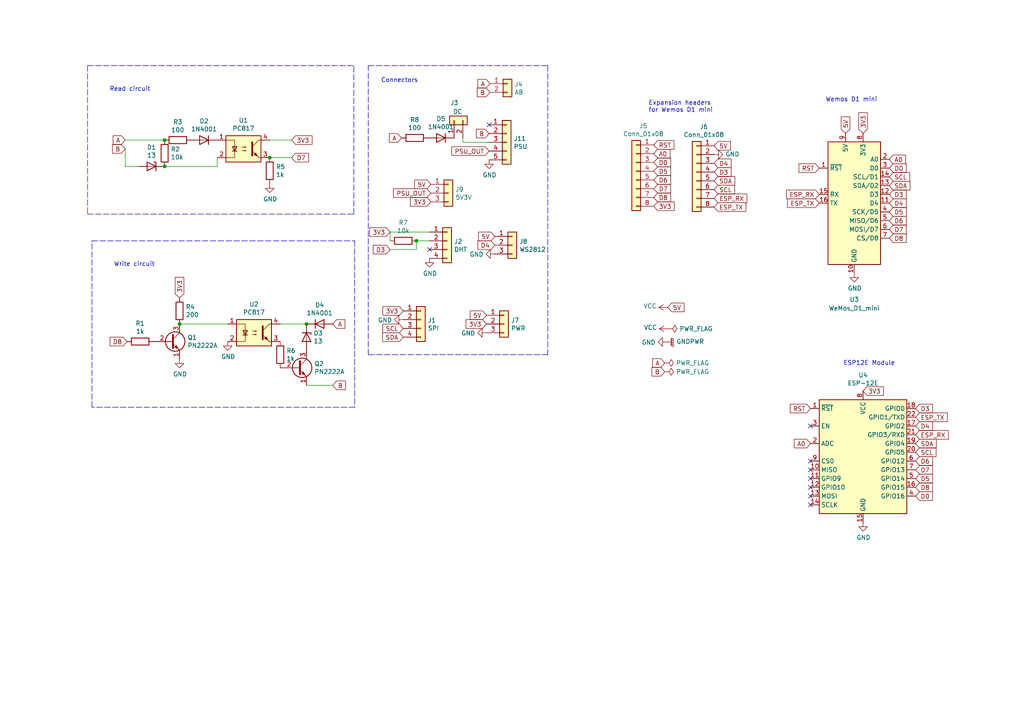
<source format=kicad_sch>
(kicad_sch (version 20211123) (generator eeschema)
  (paper "A4")
  (title_block (title "Toshiba AB Wifi Controller") (date "2021-03-16") (rev "2") (company "issalig") (comment 1 "github.com/issalig/toshiba_air_cond"))
  (lib_symbols
    (symbol "Connector_Generic:Conn_01x02" (pin_names (offset 1.016) hide)
      (property "Reference" "J" (at 0 2.54 0))
      (property "Value" "Conn_01x02" (at 0 -5.08 0))
      (symbol "Conn_01x02_1_1"
        (rectangle (start -1.27 -2.413) (end 0 -2.667) (stroke (width 0.1524)))
        (rectangle (start -1.27 0.127) (end 0 -0.127) (stroke (width 0.1524)))
        (rectangle (start -1.27 1.27) (end 1.27 -3.81) (stroke (width 0.254)) (fill (type background)))
        (pin passive line (at -5.08 0 0) (length 3.81) (name "Pin_1") (number "1"))
        (pin passive line (at -5.08 -2.54 0) (length 3.81) (name "Pin_2") (number "2"))
      )
    )
    (symbol "Connector_Generic:Conn_01x03" (pin_names (offset 1.016) hide)
      (property "Reference" "J" (at 0 5.08 0))
      (property "Value" "Conn_01x03" (at 0 -5.08 0))
      (symbol "Conn_01x03_1_1"
        (rectangle (start -1.27 -2.413) (end 0 -2.667) (stroke (width 0.1524)))
        (rectangle (start -1.27 0.127) (end 0 -0.127) (stroke (width 0.1524)))
        (rectangle (start -1.27 2.667) (end 0 2.413) (stroke (width 0.1524)))
        (rectangle (start -1.27 3.81) (end 1.27 -3.81) (stroke (width 0.254)) (fill (type background)))
        (pin passive line (at -5.08 2.54 0) (length 3.81) (name "Pin_1") (number "1"))
        (pin passive line (at -5.08 0 0) (length 3.81) (name "Pin_2") (number "2"))
        (pin passive line (at -5.08 -2.54 0) (length 3.81) (name "Pin_3") (number "3"))
      )
    )
    (symbol "Connector_Generic:Conn_01x04" (pin_names (offset 1.016) hide)
      (property "Reference" "J" (at 0 5.08 0))
      (property "Value" "Conn_01x04" (at 0 -7.62 0))
      (symbol "Conn_01x04_1_1"
        (rectangle (start -1.27 -4.953) (end 0 -5.207) (stroke (width 0.1524)))
        (rectangle (start -1.27 -2.413) (end 0 -2.667) (stroke (width 0.1524)))
        (rectangle (start -1.27 0.127) (end 0 -0.127) (stroke (width 0.1524)))
        (rectangle (start -1.27 2.667) (end 0 2.413) (stroke (width 0.1524)))
        (rectangle (start -1.27 3.81) (end 1.27 -6.35) (stroke (width 0.254)) (fill (type background)))
        (pin passive line (at -5.08 2.54 0) (length 3.81) (name "Pin_1") (number "1"))
        (pin passive line (at -5.08 0 0) (length 3.81) (name "Pin_2") (number "2"))
        (pin passive line (at -5.08 -2.54 0) (length 3.81) (name "Pin_3") (number "3"))
        (pin passive line (at -5.08 -5.08 0) (length 3.81) (name "Pin_4") (number "4"))
      )
    )
    (symbol "Connector_Generic:Conn_01x05" (pin_names (offset 1.016) hide)
      (property "Reference" "J" (at 0 7.62 0))
      (property "Value" "Conn_01x05" (at 0 -7.62 0))
      (symbol "Conn_01x05_1_1"
        (rectangle (start -1.27 -4.953) (end 0 -5.207) (stroke (width 0.1524)))
        (rectangle (start -1.27 -2.413) (end 0 -2.667) (stroke (width 0.1524)))
        (rectangle (start -1.27 0.127) (end 0 -0.127) (stroke (width 0.1524)))
        (rectangle (start -1.27 2.667) (end 0 2.413) (stroke (width 0.1524)))
        (rectangle (start -1.27 5.207) (end 0 4.953) (stroke (width 0.1524)))
        (rectangle (start -1.27 6.35) (end 1.27 -6.35) (stroke (width 0.254)) (fill (type background)))
        (pin passive line (at -5.08 5.08 0) (length 3.81) (name "Pin_1") (number "1"))
        (pin passive line (at -5.08 2.54 0) (length 3.81) (name "Pin_2") (number "2"))
        (pin passive line (at -5.08 0 0) (length 3.81) (name "Pin_3") (number "3"))
        (pin passive line (at -5.08 -2.54 0) (length 3.81) (name "Pin_4") (number "4"))
        (pin passive line (at -5.08 -5.08 0) (length 3.81) (name "Pin_5") (number "5"))
      )
    )
    (symbol "Connector_Generic:Conn_01x08" (pin_names (offset 1.016) hide)
      (property "Reference" "J" (at 0 10.16 0))
      (property "Value" "Conn_01x08" (at 0 -12.7 0))
      (symbol "Conn_01x08_1_1"
        (rectangle (start -1.27 -10.033) (end 0 -10.287) (stroke (width 0.1524)))
        (rectangle (start -1.27 -7.493) (end 0 -7.747) (stroke (width 0.1524)))
        (rectangle (start -1.27 -4.953) (end 0 -5.207) (stroke (width 0.1524)))
        (rectangle (start -1.27 -2.413) (end 0 -2.667) (stroke (width 0.1524)))
        (rectangle (start -1.27 0.127) (end 0 -0.127) (stroke (width 0.1524)))
        (rectangle (start -1.27 2.667) (end 0 2.413) (stroke (width 0.1524)))
        (rectangle (start -1.27 5.207) (end 0 4.953) (stroke (width 0.1524)))
        (rectangle (start -1.27 7.747) (end 0 7.493) (stroke (width 0.1524)))
        (rectangle (start -1.27 8.89) (end 1.27 -11.43) (stroke (width 0.254)) (fill (type background)))
        (pin passive line (at -5.08 7.62 0) (length 3.81) (name "Pin_1") (number "1"))
        (pin passive line (at -5.08 5.08 0) (length 3.81) (name "Pin_2") (number "2"))
        (pin passive line (at -5.08 2.54 0) (length 3.81) (name "Pin_3") (number "3"))
        (pin passive line (at -5.08 0 0) (length 3.81) (name "Pin_4") (number "4"))
        (pin passive line (at -5.08 -2.54 0) (length 3.81) (name "Pin_5") (number "5"))
        (pin passive line (at -5.08 -5.08 0) (length 3.81) (name "Pin_6") (number "6"))
        (pin passive line (at -5.08 -7.62 0) (length 3.81) (name "Pin_7") (number "7"))
        (pin passive line (at -5.08 -10.16 0) (length 3.81) (name "Pin_8") (number "8"))
      )
    )
    (symbol "Device:D_Zener" (pin_numbers hide) (pin_names (offset 1.016) hide)
      (property "Reference" "D" (at 0 2.54 0))
      (property "Value" "D_Zener" (at 0 -2.54 0))
      (symbol "D_Zener_0_1"
        (polyline (pts (xy 1.27 0) (xy -1.27 0)))
        (polyline (pts (xy -1.27 -1.27) (xy -1.27 1.27) (xy -0.762 1.27)) (stroke (width 0.254)))
        (polyline (pts (xy 1.27 -1.27) (xy 1.27 1.27) (xy -1.27 0) (xy 1.27 -1.27)) (stroke (width 0.254)))
      )
      (symbol "D_Zener_1_1"
        (pin passive line (at -3.81 0 0) (length 2.54) (name "K") (number "1"))
        (pin passive line (at 3.81 0 180) (length 2.54) (name "A") (number "2"))
      )
    )
    (symbol "Device:R" (pin_numbers hide) (pin_names (offset 0))
      (property "Reference" "R" (at 2.032 0 90))
      (property "Value" "R" (at 0 0 90))
      (symbol "R_0_1"
        (rectangle (start -1.016 -2.54) (end 1.016 2.54) (stroke (width 0.254)))
      )
      (symbol "R_1_1"
        (pin passive line (at 0 3.81 270) (length 1.27) (name "~") (number "1"))
        (pin passive line (at 0 -3.81 90) (length 1.27) (name "~") (number "2"))
      )
    )
    (symbol "Diode:1N4001" (pin_numbers hide) (pin_names (offset 1.016) hide)
      (property "Reference" "D" (at 0 2.54 0))
      (property "Value" "1N4001" (at 0 -2.54 0))
      (symbol "1N4001_0_1"
        (polyline (pts (xy -1.27 1.27) (xy -1.27 -1.27)) (stroke (width 0.254)))
        (polyline (pts (xy 1.27 0) (xy -1.27 0)))
        (polyline (pts (xy 1.27 1.27) (xy 1.27 -1.27) (xy -1.27 0) (xy 1.27 1.27)) (stroke (width 0.254)))
      )
      (symbol "1N4001_1_1"
        (pin passive line (at -3.81 0 0) (length 2.54) (name "K") (number "1"))
        (pin passive line (at 3.81 0 180) (length 2.54) (name "A") (number "2"))
      )
    )
    (symbol "Isolator:PC817" (pin_names (offset 1.016))
      (property "Reference" "U" (at -5.08 5.08 0))
      (property "Value" "PC817" (at 0 5.08 0))
      (symbol "PC817_0_1"
        (rectangle (start -5.08 3.81) (end 5.08 -3.81) (stroke (width 0.254)) (fill (type background)))
        (polyline (pts (xy -3.175 -0.635) (xy -1.905 -0.635)) (stroke (width 0.254)))
        (polyline (pts (xy 2.54 0.635) (xy 4.445 2.54)))
        (polyline (pts (xy 4.445 -2.54) (xy 2.54 -0.635)) (fill (type outline)))
        (polyline (pts (xy 4.445 -2.54) (xy 5.08 -2.54)))
        (polyline (pts (xy 4.445 2.54) (xy 5.08 2.54)))
        (polyline (pts (xy -5.08 2.54) (xy -2.54 2.54) (xy -2.54 -0.635)))
        (polyline (pts (xy -2.54 -0.635) (xy -2.54 -2.54) (xy -5.08 -2.54)))
        (polyline (pts (xy 2.54 1.905) (xy 2.54 -1.905) (xy 2.54 -1.905)) (stroke (width 0.508)))
        (polyline (pts (xy -2.54 -0.635) (xy -3.175 0.635) (xy -1.905 0.635) (xy -2.54 -0.635)) (stroke (width 0.254)))
        (polyline (pts (xy -0.508 -0.508) (xy 0.762 -0.508) (xy 0.381 -0.635) (xy 0.381 -0.381) (xy 0.762 -0.508)))
        (polyline (pts (xy -0.508 0.508) (xy 0.762 0.508) (xy 0.381 0.381) (xy 0.381 0.635) (xy 0.762 0.508)))
        (polyline (pts (xy 3.048 -1.651) (xy 3.556 -1.143) (xy 4.064 -2.159) (xy 3.048 -1.651) (xy 3.048 -1.651)) (fill (type outline)))
      )
      (symbol "PC817_1_1"
        (pin passive line (at -7.62 2.54 0) (length 2.54) (name "~") (number "1"))
        (pin passive line (at -7.62 -2.54 0) (length 2.54) (name "~") (number "2"))
        (pin passive line (at 7.62 -2.54 180) (length 2.54) (name "~") (number "3"))
        (pin passive line (at 7.62 2.54 180) (length 2.54) (name "~") (number "4"))
      )
    )
    (symbol "MCU_Module:WeMos_D1_mini"
      (property "Reference" "U" (at 3.81 19.05 0))
      (property "Value" "WeMos_D1_mini" (at 1.27 -19.05 0))
      (symbol "WeMos_D1_mini_1_1"
        (rectangle (start -7.62 17.78) (end 7.62 -17.78) (stroke (width 0.254)) (fill (type background)))
        (pin input line (at -10.16 10.16 0) (length 2.54) (name "~{RST}") (number "1"))
        (pin power_in line (at 0 -20.32 90) (length 2.54) (name "GND") (number "10"))
        (pin bidirectional line (at 10.16 0 180) (length 2.54) (name "D4") (number "11"))
        (pin bidirectional line (at 10.16 2.54 180) (length 2.54) (name "D3") (number "12"))
        (pin bidirectional line (at 10.16 5.08 180) (length 2.54) (name "SDA/D2") (number "13"))
        (pin bidirectional line (at 10.16 7.62 180) (length 2.54) (name "SCL/D1") (number "14"))
        (pin input line (at -10.16 2.54 0) (length 2.54) (name "RX") (number "15"))
        (pin output line (at -10.16 0 0) (length 2.54) (name "TX") (number "16"))
        (pin input line (at 10.16 12.7 180) (length 2.54) (name "A0") (number "2"))
        (pin bidirectional line (at 10.16 10.16 180) (length 2.54) (name "D0") (number "3"))
        (pin bidirectional line (at 10.16 -2.54 180) (length 2.54) (name "SCK/D5") (number "4"))
        (pin bidirectional line (at 10.16 -5.08 180) (length 2.54) (name "MISO/D6") (number "5"))
        (pin bidirectional line (at 10.16 -7.62 180) (length 2.54) (name "MOSI/D7") (number "6"))
        (pin bidirectional line (at 10.16 -10.16 180) (length 2.54) (name "CS/D8") (number "7"))
        (pin power_out line (at 2.54 20.32 270) (length 2.54) (name "3V3") (number "8"))
        (pin power_in line (at -2.54 20.32 270) (length 2.54) (name "5V") (number "9"))
      )
    )
    (symbol "RF_Module:ESP-12E"
      (property "Reference" "U" (at -12.7 19.05 0))
      (property "Value" "ESP-12E" (at 12.7 19.05 0))
      (symbol "ESP-12E_0_1"
        (rectangle (start -12.7 17.78) (end 12.7 -15.24) (stroke (width 0.254)) (fill (type background)))
      )
      (symbol "ESP-12E_1_1"
        (pin input line (at -15.24 15.24 0) (length 2.54) (name "~{RST}") (number "1"))
        (pin bidirectional line (at -15.24 -2.54 0) (length 2.54) (name "MISO") (number "10"))
        (pin bidirectional line (at -15.24 -5.08 0) (length 2.54) (name "GPIO9") (number "11"))
        (pin bidirectional line (at -15.24 -7.62 0) (length 2.54) (name "GPIO10") (number "12"))
        (pin bidirectional line (at -15.24 -10.16 0) (length 2.54) (name "MOSI") (number "13"))
        (pin bidirectional line (at -15.24 -12.7 0) (length 2.54) (name "SCLK") (number "14"))
        (pin power_in line (at 0 -17.78 90) (length 2.54) (name "GND") (number "15"))
        (pin bidirectional line (at 15.24 -7.62 180) (length 2.54) (name "GPIO15") (number "16"))
        (pin bidirectional line (at 15.24 10.16 180) (length 2.54) (name "GPIO2") (number "17"))
        (pin bidirectional line (at 15.24 15.24 180) (length 2.54) (name "GPIO0") (number "18"))
        (pin bidirectional line (at 15.24 5.08 180) (length 2.54) (name "GPIO4") (number "19"))
        (pin input line (at -15.24 5.08 0) (length 2.54) (name "ADC") (number "2"))
        (pin bidirectional line (at 15.24 2.54 180) (length 2.54) (name "GPIO5") (number "20"))
        (pin bidirectional line (at 15.24 7.62 180) (length 2.54) (name "GPIO3/RXD") (number "21"))
        (pin bidirectional line (at 15.24 12.7 180) (length 2.54) (name "GPIO1/TXD") (number "22"))
        (pin input line (at -15.24 10.16 0) (length 2.54) (name "EN") (number "3"))
        (pin bidirectional line (at 15.24 -10.16 180) (length 2.54) (name "GPIO16") (number "4"))
        (pin bidirectional line (at 15.24 -5.08 180) (length 2.54) (name "GPIO14") (number "5"))
        (pin bidirectional line (at 15.24 0 180) (length 2.54) (name "GPIO12") (number "6"))
        (pin bidirectional line (at 15.24 -2.54 180) (length 2.54) (name "GPIO13") (number "7"))
        (pin power_in line (at 0 20.32 270) (length 2.54) (name "VCC") (number "8"))
        (pin input line (at -15.24 0 0) (length 2.54) (name "CS0") (number "9"))
      )
    )
    (symbol "Transistor_BJT:PN2222A" (pin_names (offset 0) hide)
      (property "Reference" "Q" (at 5.08 1.905 0))
      (property "Value" "PN2222A" (at 5.08 0 0))
      (symbol "PN2222A_0_1"
        (polyline (pts (xy 0 0) (xy 0.635 0)))
        (polyline (pts (xy 2.54 -2.54) (xy 0.635 -0.635)))
        (polyline (pts (xy 2.54 2.54) (xy 0.635 0.635)))
        (polyline (pts (xy 0.635 1.905) (xy 0.635 -1.905) (xy 0.635 -1.905)) (stroke (width 0.508)))
        (polyline (pts (xy 2.413 -2.413) (xy 1.905 -1.905) (xy 1.905 -1.905)))
        (polyline (pts (xy 1.143 -1.651) (xy 1.651 -1.143) (xy 2.159 -2.159) (xy 1.143 -1.651) (xy 1.143 -1.651)) (fill (type outline)))
        (circle (center 1.27 0) (radius 2.8194) (stroke (width 0.254)))
      )
      (symbol "PN2222A_1_1"
        (pin passive line (at 2.54 -5.08 90) (length 2.54) (name "E") (number "1"))
        (pin input line (at -5.08 0 0) (length 5.08) (name "B") (number "2"))
        (pin passive line (at 2.54 5.08 270) (length 2.54) (name "C") (number "3"))
      )
    )
    (symbol "power:GND" (power) (pin_names (offset 0))
      (property "Value" "GND" (at 0 -3.81 0))
      (symbol "GND_0_1"
        (polyline (pts (xy 0 0) (xy 0 -1.27) (xy 1.27 -1.27) (xy 0 -2.54) (xy -1.27 -1.27) (xy 0 -1.27)))
      )
      (symbol "GND_1_1"
        (pin power_in line (at 0 0 270) (length 0) hide (name "GND") (number "1"))
      )
    )
    (symbol "power:GNDPWR" (power) (pin_names (offset 0))
      (property "Value" "GNDPWR" (at 0 -3.302 0))
      (symbol "GNDPWR_0_1"
        (polyline (pts (xy 0 -1.27) (xy 0 0)))
        (polyline (pts (xy -1.016 -1.27) (xy -1.27 -2.032) (xy -1.27 -2.032)) (stroke (width 0.2032)))
        (polyline (pts (xy -0.508 -1.27) (xy -0.762 -2.032) (xy -0.762 -2.032)) (stroke (width 0.2032)))
        (polyline (pts (xy 0 -1.27) (xy -0.254 -2.032) (xy -0.254 -2.032)) (stroke (width 0.2032)))
        (polyline (pts (xy 0.508 -1.27) (xy 0.254 -2.032) (xy 0.254 -2.032)) (stroke (width 0.2032)))
        (polyline (pts (xy 1.016 -1.27) (xy -1.016 -1.27) (xy -1.016 -1.27)) (stroke (width 0.2032)))
        (polyline (pts (xy 1.016 -1.27) (xy 0.762 -2.032) (xy 0.762 -2.032) (xy 0.762 -2.032)) (stroke (width 0.2032)))
      )
      (symbol "GNDPWR_1_1"
        (pin power_in line (at 0 0 270) (length 0) hide (name "GNDPWR") (number "1"))
      )
    )
    (symbol "power:PWR_FLAG" (power) (pin_numbers hide) (pin_names (offset 0) hide)
      (property "Value" "PWR_FLAG" (at 0 3.81 0))
      (symbol "PWR_FLAG_0_0"
        (pin power_out line (at 0 0 90) (length 0) (name "pwr") (number "1"))
      )
      (symbol "PWR_FLAG_0_1"
        (polyline (pts (xy 0 0) (xy 0 1.27) (xy -1.016 1.905) (xy 0 2.54) (xy 1.016 1.905) (xy 0 1.27)))
      )
    )
    (symbol "power:VCC" (power) (pin_names (offset 0))
      (property "Value" "VCC" (at 0 3.81 0))
      (symbol "VCC_0_1"
        (polyline (pts (xy -0.762 1.27) (xy 0 2.54)))
        (polyline (pts (xy 0 0) (xy 0 2.54)))
        (polyline (pts (xy 0 2.54) (xy 0.762 1.27)))
      )
      (symbol "VCC_1_1"
        (pin power_in line (at 0 0 90) (length 0) hide (name "VCC") (number "1"))
      )
    )
  )
  (junction (at 47.752 48.26))
  (junction (at 120.777 69.85))
  (junction (at 78.232 45.72))
  (junction (at 88.9 93.98))
  (junction (at 52.07 93.98))
  (junction (at 47.752 40.64))
  (no_connect (at 235.077 136.271))
  (no_connect (at 235.077 146.431))
  (no_connect (at 235.077 143.891))
  (no_connect (at 235.077 133.731))
  (no_connect (at 235.077 123.571))
  (no_connect (at 124.587 72.39))
  (no_connect (at 235.077 138.811))
  (no_connect (at 235.077 141.351))
  (no_connect (at 141.859 36.195))
  (polyline (pts (xy 26.67 118.11) (xy 26.67 69.85)))
  (wire (pts (xy 62.992 48.26) (xy 47.752 48.26)))
  (wire (pts (xy 113.157 72.39) (xy 120.777 72.39)))
  (wire (pts (xy 120.777 72.39) (xy 120.777 69.85)))
  (polyline (pts (xy 26.67 69.85) (xy 102.87 69.85)))
  (wire (pts (xy 124.587 67.31) (xy 113.157 67.31)))
  (polyline (pts (xy 25.4 19.05) (xy 102.616 19.05)))
  (polyline (pts (xy 102.87 118.11) (xy 26.67 118.11)))
  (polyline (pts (xy 106.807 19.05) (xy 158.877 19.05)))
  (wire (pts (xy 36.322 48.26) (xy 40.132 48.26)))
  (wire (pts (xy 52.07 93.98) (xy 66.04 93.98)))
  (wire (pts (xy 78.232 45.72) (xy 84.582 45.72)))
  (polyline (pts (xy 158.877 19.05) (xy 158.877 102.87)))
  (polyline (pts (xy 106.807 102.87) (xy 106.807 19.05)))
  (wire (pts (xy 47.752 40.64) (xy 36.322 40.64)))
  (polyline (pts (xy 102.616 62.103) (xy 102.616 18.923)))
  (wire (pts (xy 134.239 41.275) (xy 134.239 40.005)))
  (wire (pts (xy 62.992 45.72) (xy 62.992 48.26)))
  (wire (pts (xy 84.582 40.64) (xy 78.232 40.64)))
  (polyline (pts (xy 25.4 62.103) (xy 102.616 62.103)))
  (polyline (pts (xy 102.87 69.85) (xy 102.87 118.11)))
  (wire (pts (xy 88.9 111.76) (xy 96.52 111.76)))
  (wire (pts (xy 141.859 41.275) (xy 134.239 41.275)))
  (polyline (pts (xy 158.877 102.87) (xy 106.807 102.87)))
  (wire (pts (xy 113.157 67.31) (xy 113.157 69.85)))
  (wire (pts (xy 88.9 93.98) (xy 81.28 93.98)))
  (wire (pts (xy 36.322 43.18) (xy 36.322 48.26)))
  (polyline (pts (xy 25.4 19.05) (xy 25.4 62.23)))
  (wire (pts (xy 120.777 69.85) (xy 124.587 69.85)))
  (text "Connectors" (at 110.49 24.13 0) (effects (font (size 1.27 1.27)) (justify left bottom)))
  (text "Write circuit" (at 33.02 77.47 0) (effects (font (size 1.27 1.27)) (justify left bottom)))
  (text "Wemos D1 mini" (at 239.395 29.718 0) (effects (font (size 1.27 1.27)) (justify left bottom)))
  (text "Read circuit" (at 31.75 26.67 0) (effects (font (size 1.27 1.27)) (justify left bottom)))
  (text "Expansion headers\nfor Wemos D1 mini" (at 188.087 32.766 0) (effects (font (size 1.27 1.27)) (justify left bottom)))
  (text "ESP12E Module" (at 244.602 106.172 0) (effects (font (size 1.27 1.27)) (justify left bottom)))
  (global_label "D8" (shape input) (at 189.611 57.277 0) (property "Intersheet References" "${INTERSHEET_REFS}" (effects hide)))
  (global_label "A" (shape input) (at 96.52 93.98 0) (property "Intersheet References" "${INTERSHEET_REFS}" (effects hide)))
  (global_label "D7" (shape input) (at 84.582 45.72 0) (property "Intersheet References" "${INTERSHEET_REFS}" (effects hide)))
  (global_label "3V3" (shape input) (at 250.317 38.608 90) (property "Intersheet References" "${INTERSHEET_REFS}" (effects hide)))
  (global_label "SDA" (shape input) (at 265.557 128.651 0) (property "Intersheet References" "${INTERSHEET_REFS}" (effects hide)))
  (global_label "SCL" (shape input) (at 265.557 131.191 0) (property "Intersheet References" "${INTERSHEET_REFS}" (effects hide)))
  (global_label "D6" (shape input) (at 257.937 64.008 0) (property "Intersheet References" "${INTERSHEET_REFS}" (effects hide)))
  (global_label "D5" (shape input) (at 265.557 138.811 0) (property "Intersheet References" "${INTERSHEET_REFS}" (effects hide)))
  (global_label "5V" (shape input) (at 143.51 68.58 180) (property "Intersheet References" "${INTERSHEET_REFS}" (effects hide)))
  (global_label "B" (shape input) (at 192.786 107.823 180) (property "Intersheet References" "${INTERSHEET_REFS}" (effects hide)))
  (global_label "RST" (shape input) (at 235.077 118.491 180) (property "Intersheet References" "${INTERSHEET_REFS}" (effects hide)))
  (global_label "3V3" (shape input) (at 189.611 59.817 0) (property "Intersheet References" "${INTERSHEET_REFS}" (effects hide)))
  (global_label "B" (shape input) (at 96.52 111.76 0) (property "Intersheet References" "${INTERSHEET_REFS}" (effects hide)))
  (global_label "ESP_RX" (shape input) (at 237.617 56.388 180) (property "Intersheet References" "${INTERSHEET_REFS}" (effects hide)))
  (global_label "A0" (shape input) (at 189.611 44.577 0) (property "Intersheet References" "${INTERSHEET_REFS}" (effects hide)))
  (global_label "ESP_RX" (shape input) (at 265.557 126.111 0) (property "Intersheet References" "${INTERSHEET_REFS}" (effects hide)))
  (global_label "B" (shape input) (at 141.859 38.735 180) (property "Intersheet References" "${INTERSHEET_REFS}" (effects hide)))
  (global_label "D0" (shape input) (at 257.937 48.768 0) (property "Intersheet References" "${INTERSHEET_REFS}" (effects hide)))
  (global_label "SCL" (shape input) (at 257.937 51.308 0) (property "Intersheet References" "${INTERSHEET_REFS}" (effects hide)))
  (global_label "D6" (shape input) (at 189.611 52.197 0) (property "Intersheet References" "${INTERSHEET_REFS}" (effects hide)))
  (global_label "5V" (shape input) (at 207.137 42.291 0) (property "Intersheet References" "${INTERSHEET_REFS}" (effects hide)))
  (global_label "A" (shape input) (at 142.113 24.257 180) (property "Intersheet References" "${INTERSHEET_REFS}" (effects hide)))
  (global_label "5V" (shape input) (at 245.237 38.608 90) (property "Intersheet References" "${INTERSHEET_REFS}" (effects hide)))
  (global_label "PSU_OUT" (shape input) (at 141.859 43.815 180) (property "Intersheet References" "${INTERSHEET_REFS}" (effects hide)))
  (global_label "3V3" (shape input) (at 141.097 93.98 180) (property "Intersheet References" "${INTERSHEET_REFS}" (effects hide)))
  (global_label "3V3" (shape input) (at 116.967 90.17 180) (property "Intersheet References" "${INTERSHEET_REFS}" (effects hide)))
  (global_label "SDA" (shape input) (at 116.967 97.79 180) (property "Intersheet References" "${INTERSHEET_REFS}" (effects hide)))
  (global_label "D8" (shape input) (at 257.937 69.088 0) (property "Intersheet References" "${INTERSHEET_REFS}" (effects hide)))
  (global_label "B" (shape input) (at 142.113 26.797 180) (property "Intersheet References" "${INTERSHEET_REFS}" (effects hide)))
  (global_label "B" (shape input) (at 36.322 43.18 180) (property "Intersheet References" "${INTERSHEET_REFS}" (effects hide)))
  (global_label "ESP_TX" (shape input) (at 265.557 121.031 0) (property "Intersheet References" "${INTERSHEET_REFS}" (effects hide)))
  (global_label "A" (shape input) (at 36.322 40.64 180) (property "Intersheet References" "${INTERSHEET_REFS}" (effects hide)))
  (global_label "5V" (shape input) (at 124.968 53.467 180) (property "Intersheet References" "${INTERSHEET_REFS}" (effects hide)))
  (global_label "D0" (shape input) (at 189.611 47.117 0) (property "Intersheet References" "${INTERSHEET_REFS}" (effects hide)))
  (global_label "D5" (shape input) (at 189.611 49.657 0) (property "Intersheet References" "${INTERSHEET_REFS}" (effects hide)))
  (global_label "A" (shape input) (at 192.786 105.283 180) (property "Intersheet References" "${INTERSHEET_REFS}" (effects hide)))
  (global_label "D3" (shape input) (at 113.157 72.39 180) (property "Intersheet References" "${INTERSHEET_REFS}" (effects hide)))
  (global_label "SDA" (shape input) (at 257.937 53.848 0) (property "Intersheet References" "${INTERSHEET_REFS}" (effects hide)))
  (global_label "3V3" (shape input) (at 52.07 86.36 90) (property "Intersheet References" "${INTERSHEET_REFS}" (effects hide)))
  (global_label "D7" (shape input) (at 257.937 66.548 0) (property "Intersheet References" "${INTERSHEET_REFS}" (effects hide)))
  (global_label "D7" (shape input) (at 265.557 136.271 0) (property "Intersheet References" "${INTERSHEET_REFS}" (effects hide)))
  (global_label "3V3" (shape input) (at 124.968 58.547 180) (property "Intersheet References" "${INTERSHEET_REFS}" (effects hide)))
  (global_label "ESP_TX" (shape input) (at 207.137 60.071 0) (property "Intersheet References" "${INTERSHEET_REFS}" (effects hide)))
  (global_label "A0" (shape input) (at 235.077 128.651 180) (property "Intersheet References" "${INTERSHEET_REFS}" (effects hide)))
  (global_label "SDA" (shape input) (at 207.137 52.451 0) (property "Intersheet References" "${INTERSHEET_REFS}" (effects hide)))
  (global_label "D5" (shape input) (at 257.937 61.468 0) (property "Intersheet References" "${INTERSHEET_REFS}" (effects hide)))
  (global_label "ESP_RX" (shape input) (at 207.137 57.531 0) (property "Intersheet References" "${INTERSHEET_REFS}" (effects hide)))
  (global_label "D4" (shape input) (at 207.137 47.371 0) (property "Intersheet References" "${INTERSHEET_REFS}" (effects hide)))
  (global_label "D3" (shape input) (at 257.937 56.388 0) (property "Intersheet References" "${INTERSHEET_REFS}" (effects hide)))
  (global_label "D4" (shape input) (at 143.51 71.12 180) (property "Intersheet References" "${INTERSHEET_REFS}" (effects hide)))
  (global_label "3V3" (shape input) (at 84.582 40.64 0) (property "Intersheet References" "${INTERSHEET_REFS}" (effects hide)))
  (global_label "D6" (shape input) (at 265.557 133.731 0) (property "Intersheet References" "${INTERSHEET_REFS}" (effects hide)))
  (global_label "5V" (shape input) (at 141.097 91.44 180) (property "Intersheet References" "${INTERSHEET_REFS}" (effects hide)))
  (global_label "A0" (shape input) (at 257.937 46.228 0) (property "Intersheet References" "${INTERSHEET_REFS}" (effects hide)))
  (global_label "3V3" (shape input) (at 113.157 67.31 180) (property "Intersheet References" "${INTERSHEET_REFS}" (effects hide)))
  (global_label "RST" (shape input) (at 237.617 48.768 180) (property "Intersheet References" "${INTERSHEET_REFS}" (effects hide)))
  (global_label "D7" (shape input) (at 189.611 54.737 0) (property "Intersheet References" "${INTERSHEET_REFS}" (effects hide)))
  (global_label "SCL" (shape input) (at 207.137 54.991 0) (property "Intersheet References" "${INTERSHEET_REFS}" (effects hide)))
  (global_label "D8" (shape input) (at 265.557 141.351 0) (property "Intersheet References" "${INTERSHEET_REFS}" (effects hide)))
  (global_label "D3" (shape input) (at 207.137 49.911 0) (property "Intersheet References" "${INTERSHEET_REFS}" (effects hide)))
  (global_label "D3" (shape input) (at 265.557 118.491 0) (property "Intersheet References" "${INTERSHEET_REFS}" (effects hide)))
  (global_label "5V" (shape input) (at 193.675 89.154 0) (property "Intersheet References" "${INTERSHEET_REFS}" (effects hide)))
  (global_label "D4" (shape input) (at 265.557 123.571 0) (property "Intersheet References" "${INTERSHEET_REFS}" (effects hide)))
  (global_label "ESP_TX" (shape input) (at 237.617 58.928 180) (property "Intersheet References" "${INTERSHEET_REFS}" (effects hide)))
  (global_label "PSU_OUT" (shape input) (at 124.968 56.007 180) (property "Intersheet References" "${INTERSHEET_REFS}" (effects hide)))
  (global_label "D4" (shape input) (at 257.937 58.928 0) (property "Intersheet References" "${INTERSHEET_REFS}" (effects hide)))
  (global_label "RST" (shape input) (at 189.611 42.037 0) (property "Intersheet References" "${INTERSHEET_REFS}" (effects hide)))
  (global_label "A" (shape input) (at 116.459 40.005 180) (property "Intersheet References" "${INTERSHEET_REFS}" (effects hide)))
  (global_label "D0" (shape input) (at 265.557 143.891 0) (property "Intersheet References" "${INTERSHEET_REFS}" (effects hide)))
  (global_label "SCL" (shape input) (at 116.967 95.25 180) (property "Intersheet References" "${INTERSHEET_REFS}" (effects hide)))
  (global_label "D8" (shape input) (at 36.83 99.06 180) (property "Intersheet References" "${INTERSHEET_REFS}" (effects hide)))
  (global_label "3V3" (shape input) (at 250.317 113.411 0) (property "Intersheet References" "${INTERSHEET_REFS}" (effects hide)))
  (symbol (lib_id "Device:R") (at 47.752 44.45 0) (unit 1)
    (property "Reference" "R2" (at 49.53 43.2816 0) (effects (justify left)))
    (property "Value" "10k" (at 49.53 45.593 0) (effects (justify left)))
    (property "Footprint" "Resistor_SMD:R_0805_2012Metric" (effects hide))
  )
  (symbol (lib_id "Device:R") (at 51.562 40.64 270) (unit 1)
    (property "Reference" "R3" (at 51.562 35.3822 90))
    (property "Value" "100" (at 51.562 37.6936 90))
    (property "Footprint" "Resistor_SMD:R_0805_2012Metric" (effects hide))
  )
  (symbol (lib_id "Connector_Generic:Conn_01x02") (at 131.699 34.925 90) (unit 1)
    (property "Reference" "J3" (at 132.969 29.845 90) (effects (justify left)))
    (property "Value" "DC" (at 134.112 32.385 90) (effects (justify left)))
    (property "Footprint" "Connector_PinSocket_2.54mm:PinSocket_1x02_P2.54mm_Vertical" (effects hide))
  )
  (symbol (lib_id "Diode:1N4001") (at 59.182 40.64 0) (mirror y) (unit 1)
    (property "Reference" "D2" (at 59.182 35.1282 0))
    (property "Value" "1N4001" (at 59.182 37.4396 0))
    (property "Footprint" "Diode_SMD:D_SMA" (effects hide))
    (property "Datasheet" "http://www.vishay.com/docs/88503/1n4001.pdf" (effects hide))
  )
  (symbol (lib_id "Isolator:PC817") (at 70.612 43.18 0) (unit 1)
    (property "Reference" "U1" (at 70.612 34.925 0))
    (property "Value" "PC817" (at 70.612 37.2364 0))
    (property "Footprint" "Package_DIP:DIP-4_W7.62mm" (effects hide))
    (property "Datasheet" "http://www.soselectronic.cz/a_info/resource/d/pc817.pdf" (effects hide))
  )
  (symbol (lib_id "Device:R") (at 78.232 49.53 0) (unit 1)
    (property "Reference" "R5" (at 80.01 48.3616 0) (effects (justify left)))
    (property "Value" "1k" (at 80.01 50.673 0) (effects (justify left)))
    (property "Footprint" "Resistor_SMD:R_0805_2012Metric" (effects hide))
  )
  (symbol (lib_id "Device:D_Zener") (at 43.942 48.26 0) (mirror y) (unit 1)
    (property "Reference" "D1" (at 43.942 42.7482 0))
    (property "Value" "13" (at 43.942 45.0596 0))
    (property "Footprint" "Diode_SMD:D_MiniMELF_Handsoldering" (effects hide))
  )
  (symbol (lib_id "power:GND") (at 78.232 53.34 0) (unit 1)
    (property "Reference" "#PWR03" (effects hide))
    (property "Value" "GND" (at 78.359 57.7342 0))
  )
  (symbol (lib_id "Device:R") (at 40.64 99.06 270) (unit 1)
    (property "Reference" "R1" (at 40.64 93.8022 90))
    (property "Value" "1k" (at 40.64 96.1136 90))
    (property "Footprint" "Resistor_SMD:R_0805_2012Metric" (effects hide))
  )
  (symbol (lib_id "Device:R") (at 81.28 102.87 180) (unit 1)
    (property "Reference" "R6" (at 83.058 101.7016 0) (effects (justify right)))
    (property "Value" "1k" (at 83.058 104.013 0) (effects (justify right)))
    (property "Footprint" "Resistor_SMD:R_0805_2012Metric" (effects hide))
  )
  (symbol (lib_id "Isolator:PC817") (at 73.66 96.52 0) (unit 1)
    (property "Reference" "U2" (at 73.66 88.265 0))
    (property "Value" "PC817" (at 73.66 90.5764 0))
    (property "Footprint" "Package_DIP:DIP-4_W7.62mm" (effects hide))
    (property "Datasheet" "http://www.soselectronic.cz/a_info/resource/d/pc817.pdf" (effects hide))
  )
  (symbol (lib_id "Device:D_Zener") (at 88.9 97.79 270) (unit 1)
    (property "Reference" "D3" (at 90.932 96.6216 90) (effects (justify left)))
    (property "Value" "13" (at 90.932 98.933 90) (effects (justify left)))
    (property "Footprint" "Diode_SMD:D_MiniMELF_Handsoldering" (effects hide))
  )
  (symbol (lib_id "Device:R") (at 52.07 90.17 180) (unit 1)
    (property "Reference" "R4" (at 53.848 89.0016 0) (effects (justify right)))
    (property "Value" "200" (at 53.848 91.313 0) (effects (justify right)))
    (property "Footprint" "Resistor_SMD:R_0805_2012Metric" (effects hide))
  )
  (symbol (lib_id "Transistor_BJT:PN2222A") (at 86.36 106.68 0) (unit 1)
    (property "Reference" "Q2" (at 91.186 105.5116 0) (effects (justify left)))
    (property "Value" "PN2222A" (at 91.186 107.823 0) (effects (justify left)))
    (property "Footprint" "airpcb_smd:SOT-23_Reverse_Handsoldering" (effects hide))
    (property "Datasheet" "http://www.fairchildsemi.com/ds/PN/PN2222A.pdf" (effects hide))
  )
  (symbol (lib_id "Diode:1N4001") (at 92.71 93.98 0) (unit 1)
    (property "Reference" "D4" (at 92.71 88.4682 0))
    (property "Value" "1N4001" (at 92.71 90.7796 0))
    (property "Footprint" "Diode_SMD:D_SMA" (effects hide))
    (property "Datasheet" "http://www.vishay.com/docs/88503/1n4001.pdf" (effects hide))
  )
  (symbol (lib_id "power:GND") (at 66.04 99.06 0) (unit 1)
    (property "Reference" "#PWR02" (effects hide))
    (property "Value" "GND" (at 66.167 103.4542 0))
  )
  (symbol (lib_id "Transistor_BJT:PN2222A") (at 49.53 99.06 0) (unit 1)
    (property "Reference" "Q1" (at 54.356 97.8916 0) (effects (justify left)))
    (property "Value" "PN2222A" (at 54.356 100.203 0) (effects (justify left)))
    (property "Footprint" "airpcb_smd:SOT-23_Reverse_Handsoldering" (effects hide))
    (property "Datasheet" "http://www.fairchildsemi.com/ds/PN/PN2222A.pdf" (effects hide))
  )
  (symbol (lib_id "Connector_Generic:Conn_01x03") (at 148.59 71.12 0) (unit 1)
    (property "Reference" "J8" (at 150.622 70.0532 0) (effects (justify left)))
    (property "Value" "WS2812" (at 150.622 72.3646 0) (effects (justify left)))
    (property "Footprint" "Connector_PinSocket_2.54mm:PinSocket_1x03_P2.54mm_Vertical" (effects hide))
  )
  (symbol (lib_id "power:GND") (at 143.51 73.66 270) (unit 1)
    (property "Reference" "#PWR08" (effects hide))
    (property "Value" "GND" (at 140.2588 73.787 90) (effects (justify right)))
  )
  (symbol (lib_id "MCU_Module:WeMos_D1_mini") (at 247.777 58.928 0) (unit 1)
    (property "Reference" "U3" (at 247.777 86.868 0))
    (property "Value" "WeMos_D1_mini" (at 247.777 89.408 0))
    (property "Footprint" "Module:WEMOS_D1_mini_light" (effects hide))
    (property "Datasheet" "https://wiki.wemos.cc/products:d1:d1_mini#documentation" (effects hide))
  )
  (symbol (lib_id "power:GND") (at 247.777 79.248 0) (unit 1)
    (property "Reference" "#PWR011" (effects hide))
    (property "Value" "GND" (at 247.904 83.6422 0))
  )
  (symbol (lib_id "Connector_Generic:Conn_01x02") (at 147.193 24.257 0) (unit 1)
    (property "Reference" "J4" (at 149.225 24.4602 0) (effects (justify left)))
    (property "Value" "AB" (at 149.225 26.7716 0) (effects (justify left)))
    (property "Footprint" "Connector_PinSocket_2.54mm:PinSocket_1x02_P2.54mm_Vertical" (effects hide))
  )
  (symbol (lib_id "Diode:1N4001") (at 127.889 40.005 0) (mirror y) (unit 1)
    (property "Reference" "D5" (at 127.889 34.4932 0))
    (property "Value" "1N4001" (at 127.889 36.8046 0))
    (property "Footprint" "Diode_SMD:D_SMA" (effects hide))
    (property "Datasheet" "http://www.vishay.com/docs/88503/1n4001.pdf" (effects hide))
  )
  (symbol (lib_id "Device:R") (at 120.269 40.005 270) (unit 1)
    (property "Reference" "R8" (at 120.269 34.7472 90))
    (property "Value" "100" (at 120.269 37.0586 90))
    (property "Footprint" "Resistor_SMD:R_0805_2012Metric" (effects hide))
  )
  (symbol (lib_id "power:GND") (at 141.859 46.355 0) (unit 1)
    (property "Reference" "#PWR06" (effects hide))
    (property "Value" "GND" (at 141.986 50.7492 0))
  )
  (symbol (lib_id "Connector_Generic:Conn_01x04") (at 129.667 69.85 0) (unit 1)
    (property "Reference" "J2" (at 131.699 70.0532 0) (effects (justify left)))
    (property "Value" "DHT" (at 131.699 72.3646 0) (effects (justify left)))
    (property "Footprint" "Connector_PinSocket_2.54mm:PinSocket_1x04_P2.54mm_Vertical" (effects hide))
  )
  (symbol (lib_id "power:GND") (at 124.587 74.93 0) (unit 1)
    (property "Reference" "#PWR05" (effects hide))
    (property "Value" "GND" (at 124.714 79.3242 0))
  )
  (symbol (lib_id "Device:R") (at 116.967 69.85 270) (unit 1)
    (property "Reference" "R7" (at 116.967 64.5922 90))
    (property "Value" "10k" (at 116.967 66.9036 90))
    (property "Footprint" "Resistor_SMD:R_0805_2012Metric" (effects hide))
  )
  (symbol (lib_id "Connector_Generic:Conn_01x04") (at 122.047 92.71 0) (unit 1)
    (property "Reference" "J1" (at 124.079 92.9132 0) (effects (justify left)))
    (property "Value" "SPI" (at 124.079 95.2246 0) (effects (justify left)))
    (property "Footprint" "Connector_PinSocket_2.54mm:PinSocket_1x04_P2.54mm_Vertical" (effects hide))
  )
  (symbol (lib_id "power:GND") (at 116.967 92.71 270) (unit 1)
    (property "Reference" "#PWR04" (effects hide))
    (property "Value" "GND" (at 113.7158 92.837 90) (effects (justify right)))
  )
  (symbol (lib_id "RF_Module:ESP-12E") (at 250.317 133.731 0) (unit 1)
    (property "Reference" "U4" (at 250.317 108.8136 0))
    (property "Value" "ESP-12E" (at 250.317 111.125 0))
    (property "Footprint" "RF_Module:ESP-12E" (effects hide))
    (property "Datasheet" "http://wiki.ai-thinker.com/_media/esp8266/esp8266_series_modules_user_manual_v1.1.pdf" (effects hide))
  )
  (symbol (lib_id "Connector_Generic:Conn_01x03") (at 146.177 93.98 0) (unit 1)
    (property "Reference" "J7" (at 148.209 92.9132 0) (effects (justify left)))
    (property "Value" "PWR" (at 148.209 95.2246 0) (effects (justify left)))
    (property "Footprint" "Connector_PinSocket_2.54mm:PinSocket_1x03_P2.54mm_Vertical" (effects hide))
  )
  (symbol (lib_id "power:GND") (at 141.097 96.52 270) (unit 1)
    (property "Reference" "#PWR07" (effects hide))
    (property "Value" "GND" (at 137.8458 96.647 90) (effects (justify right)))
  )
  (symbol (lib_id "power:GND") (at 250.317 151.511 0) (unit 1)
    (property "Reference" "#PWR012" (effects hide))
    (property "Value" "GND" (at 250.444 155.9052 0))
  )
  (symbol (lib_id "power:GND") (at 52.07 104.14 0) (unit 1)
    (property "Reference" "#PWR01" (effects hide))
    (property "Value" "GND" (at 52.197 108.5342 0))
  )
  (symbol (lib_id "power:VCC") (at 193.675 89.154 90) (unit 1)
    (property "Reference" "#PWR010" (effects hide))
    (property "Value" "VCC" (at 190.4492 88.773 90) (effects (justify left)))
  )
  (symbol (lib_id "Connector_Generic:Conn_01x05") (at 146.939 41.275 0) (unit 1)
    (property "Reference" "J11" (at 148.971 40.2082 0) (effects (justify left)))
    (property "Value" "PSU" (at 148.971 42.5196 0) (effects (justify left)))
    (property "Footprint" "airpcb_smd:HW-108" (effects hide))
  )
  (symbol (lib_id "Connector_Generic:Conn_01x08") (at 184.531 49.657 0) (mirror y) (unit 1)
    (property "Reference" "J5" (at 186.6138 36.5252 0))
    (property "Value" "Conn_01x08" (at 186.6138 38.8366 0))
    (property "Footprint" "Connector_PinSocket_2.54mm:PinSocket_1x08_P2.54mm_Vertical" (effects hide))
  )
  (symbol (lib_id "Connector_Generic:Conn_01x08") (at 202.057 49.911 0) (mirror y) (unit 1)
    (property "Reference" "J6" (at 204.1398 36.7792 0))
    (property "Value" "Conn_01x08" (at 204.1398 39.0906 0))
    (property "Footprint" "Connector_PinSocket_2.54mm:PinSocket_1x08_P2.54mm_Vertical" (effects hide))
  )
  (symbol (lib_id "power:PWR_FLAG") (at 192.786 105.283 270) (unit 1)
    (property "Reference" "#FLG0102" (effects hide))
    (property "Value" "PWR_FLAG" (at 196.0372 105.283 90) (effects (justify left)))
  )
  (symbol (lib_id "power:PWR_FLAG") (at 192.786 107.823 270) (unit 1)
    (property "Reference" "#FLG0103" (effects hide))
    (property "Value" "PWR_FLAG" (at 196.0372 107.823 90) (effects (justify left)))
  )
  (symbol (lib_id "power:GND") (at 207.137 44.831 90) (unit 1)
    (property "Reference" "#PWR0101" (effects hide))
    (property "Value" "GND" (at 210.3882 44.704 90) (effects (justify right)))
  )
  (symbol (lib_id "Connector_Generic:Conn_01x03") (at 130.048 56.007 0) (unit 1)
    (property "Reference" "J9" (at 132.08 54.9402 0) (effects (justify left)))
    (property "Value" "5V3V" (at 132.08 57.2516 0) (effects (justify left)))
    (property "Footprint" "Connector_PinSocket_2.54mm:PinSocket_1x03_P2.54mm_Vertical" (effects hide))
  )
  (symbol (lib_id "power:VCC") (at 193.802 95.377 90) (unit 1)
    (property "Reference" "#PWR0102" (effects hide))
    (property "Value" "VCC" (at 190.5762 94.996 90) (effects (justify left)))
  )
  (symbol (lib_id "power:GND") (at 193.421 99.187 270) (unit 1)
    (property "Reference" "#PWR0103" (effects hide))
    (property "Value" "GND" (at 190.1698 99.314 90) (effects (justify right)))
  )
  (symbol (lib_id "power:PWR_FLAG") (at 193.802 95.377 270) (unit 1)
    (property "Reference" "#FLG0101" (effects hide))
    (property "Value" "PWR_FLAG" (at 197.0532 95.377 90) (effects (justify left)))
  )
  (symbol (lib_id "power:GNDPWR") (at 193.421 99.187 90) (unit 1)
    (property "Reference" "#PWR0104" (effects hide))
    (property "Value" "GNDPWR" (at 196.1642 99.06 90) (effects (justify right)))
  )
)
</source>
